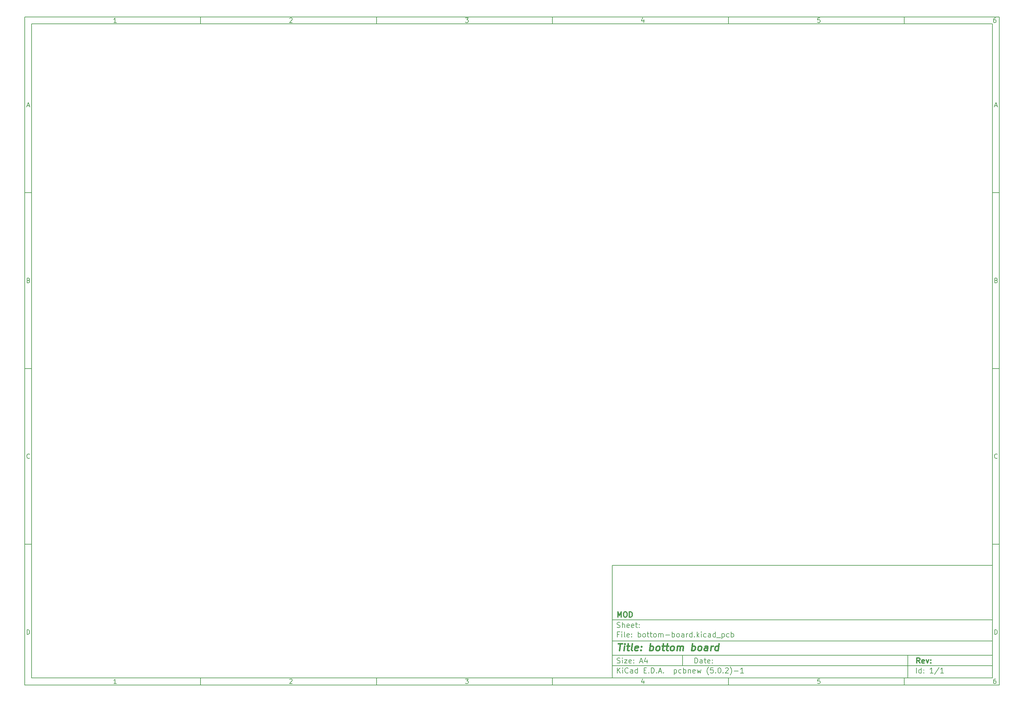
<source format=gbr>
G04 #@! TF.GenerationSoftware,KiCad,Pcbnew,(5.0.2)-1*
G04 #@! TF.CreationDate,2019-02-25T13:30:52+01:00*
G04 #@! TF.ProjectId,bottom-board,626f7474-6f6d-42d6-926f-6172642e6b69,rev?*
G04 #@! TF.SameCoordinates,PX48111b4PY15fd6c8*
G04 #@! TF.FileFunction,Paste,Bot*
G04 #@! TF.FilePolarity,Positive*
%FSLAX46Y46*%
G04 Gerber Fmt 4.6, Leading zero omitted, Abs format (unit mm)*
G04 Created by KiCad (PCBNEW (5.0.2)-1) date 25-2-2019 13:30:52*
%MOMM*%
%LPD*%
G01*
G04 APERTURE LIST*
%ADD10C,0.100000*%
%ADD11C,0.150000*%
%ADD12C,0.300000*%
%ADD13C,0.400000*%
G04 APERTURE END LIST*
D10*
D11*
X101434660Y-142949080D02*
X101434660Y-174949080D01*
X209434660Y-174949080D01*
X209434660Y-142949080D01*
X101434660Y-142949080D01*
D10*
D11*
X-65567540Y13058120D02*
X-65567540Y-176949080D01*
X211434660Y-176949080D01*
X211434660Y13058120D01*
X-65567540Y13058120D01*
D10*
D11*
X-63567540Y11058120D02*
X-63567540Y-174949080D01*
X209434660Y-174949080D01*
X209434660Y11058120D01*
X-63567540Y11058120D01*
D10*
D11*
X-15567540Y11058120D02*
X-15567540Y13058120D01*
D10*
D11*
X34432460Y11058120D02*
X34432460Y13058120D01*
D10*
D11*
X84432460Y11058120D02*
X84432460Y13058120D01*
D10*
D11*
X134432460Y11058120D02*
X134432460Y13058120D01*
D10*
D11*
X184432460Y11058120D02*
X184432460Y13058120D01*
D10*
D11*
X-39502064Y11470025D02*
X-40244921Y11470025D01*
X-39873493Y11470025D02*
X-39873493Y12770025D01*
X-39997302Y12584311D01*
X-40121112Y12460501D01*
X-40244921Y12398597D01*
D10*
D11*
X9755079Y12646216D02*
X9816983Y12708120D01*
X9940793Y12770025D01*
X10250317Y12770025D01*
X10374126Y12708120D01*
X10436031Y12646216D01*
X10497936Y12522406D01*
X10497936Y12398597D01*
X10436031Y12212882D01*
X9693174Y11470025D01*
X10497936Y11470025D01*
D10*
D11*
X59693174Y12770025D02*
X60497936Y12770025D01*
X60064602Y12274787D01*
X60250317Y12274787D01*
X60374126Y12212882D01*
X60436031Y12150978D01*
X60497936Y12027168D01*
X60497936Y11717644D01*
X60436031Y11593835D01*
X60374126Y11531930D01*
X60250317Y11470025D01*
X59878888Y11470025D01*
X59755079Y11531930D01*
X59693174Y11593835D01*
D10*
D11*
X110374126Y12336692D02*
X110374126Y11470025D01*
X110064602Y12831930D02*
X109755079Y11903359D01*
X110559840Y11903359D01*
D10*
D11*
X160436031Y12770025D02*
X159816983Y12770025D01*
X159755079Y12150978D01*
X159816983Y12212882D01*
X159940793Y12274787D01*
X160250317Y12274787D01*
X160374126Y12212882D01*
X160436031Y12150978D01*
X160497936Y12027168D01*
X160497936Y11717644D01*
X160436031Y11593835D01*
X160374126Y11531930D01*
X160250317Y11470025D01*
X159940793Y11470025D01*
X159816983Y11531930D01*
X159755079Y11593835D01*
D10*
D11*
X210374126Y12770025D02*
X210126507Y12770025D01*
X210002698Y12708120D01*
X209940793Y12646216D01*
X209816983Y12460501D01*
X209755079Y12212882D01*
X209755079Y11717644D01*
X209816983Y11593835D01*
X209878888Y11531930D01*
X210002698Y11470025D01*
X210250317Y11470025D01*
X210374126Y11531930D01*
X210436031Y11593835D01*
X210497936Y11717644D01*
X210497936Y12027168D01*
X210436031Y12150978D01*
X210374126Y12212882D01*
X210250317Y12274787D01*
X210002698Y12274787D01*
X209878888Y12212882D01*
X209816983Y12150978D01*
X209755079Y12027168D01*
D10*
D11*
X-15567540Y-174949080D02*
X-15567540Y-176949080D01*
D10*
D11*
X34432460Y-174949080D02*
X34432460Y-176949080D01*
D10*
D11*
X84432460Y-174949080D02*
X84432460Y-176949080D01*
D10*
D11*
X134432460Y-174949080D02*
X134432460Y-176949080D01*
D10*
D11*
X184432460Y-174949080D02*
X184432460Y-176949080D01*
D10*
D11*
X-39502064Y-176537175D02*
X-40244921Y-176537175D01*
X-39873493Y-176537175D02*
X-39873493Y-175237175D01*
X-39997302Y-175422889D01*
X-40121112Y-175546699D01*
X-40244921Y-175608603D01*
D10*
D11*
X9755079Y-175360984D02*
X9816983Y-175299080D01*
X9940793Y-175237175D01*
X10250317Y-175237175D01*
X10374126Y-175299080D01*
X10436031Y-175360984D01*
X10497936Y-175484794D01*
X10497936Y-175608603D01*
X10436031Y-175794318D01*
X9693174Y-176537175D01*
X10497936Y-176537175D01*
D10*
D11*
X59693174Y-175237175D02*
X60497936Y-175237175D01*
X60064602Y-175732413D01*
X60250317Y-175732413D01*
X60374126Y-175794318D01*
X60436031Y-175856222D01*
X60497936Y-175980032D01*
X60497936Y-176289556D01*
X60436031Y-176413365D01*
X60374126Y-176475270D01*
X60250317Y-176537175D01*
X59878888Y-176537175D01*
X59755079Y-176475270D01*
X59693174Y-176413365D01*
D10*
D11*
X110374126Y-175670508D02*
X110374126Y-176537175D01*
X110064602Y-175175270D02*
X109755079Y-176103841D01*
X110559840Y-176103841D01*
D10*
D11*
X160436031Y-175237175D02*
X159816983Y-175237175D01*
X159755079Y-175856222D01*
X159816983Y-175794318D01*
X159940793Y-175732413D01*
X160250317Y-175732413D01*
X160374126Y-175794318D01*
X160436031Y-175856222D01*
X160497936Y-175980032D01*
X160497936Y-176289556D01*
X160436031Y-176413365D01*
X160374126Y-176475270D01*
X160250317Y-176537175D01*
X159940793Y-176537175D01*
X159816983Y-176475270D01*
X159755079Y-176413365D01*
D10*
D11*
X210374126Y-175237175D02*
X210126507Y-175237175D01*
X210002698Y-175299080D01*
X209940793Y-175360984D01*
X209816983Y-175546699D01*
X209755079Y-175794318D01*
X209755079Y-176289556D01*
X209816983Y-176413365D01*
X209878888Y-176475270D01*
X210002698Y-176537175D01*
X210250317Y-176537175D01*
X210374126Y-176475270D01*
X210436031Y-176413365D01*
X210497936Y-176289556D01*
X210497936Y-175980032D01*
X210436031Y-175856222D01*
X210374126Y-175794318D01*
X210250317Y-175732413D01*
X210002698Y-175732413D01*
X209878888Y-175794318D01*
X209816983Y-175856222D01*
X209755079Y-175980032D01*
D10*
D11*
X-65567540Y-36941880D02*
X-63567540Y-36941880D01*
D10*
D11*
X-65567540Y-86941880D02*
X-63567540Y-86941880D01*
D10*
D11*
X-65567540Y-136941880D02*
X-63567540Y-136941880D01*
D10*
D11*
X-64877064Y-12158546D02*
X-64258017Y-12158546D01*
X-65000874Y-12529975D02*
X-64567540Y-11229975D01*
X-64134207Y-12529975D01*
D10*
D11*
X-64474683Y-61849022D02*
X-64288969Y-61910927D01*
X-64227064Y-61972832D01*
X-64165160Y-62096641D01*
X-64165160Y-62282356D01*
X-64227064Y-62406165D01*
X-64288969Y-62468070D01*
X-64412779Y-62529975D01*
X-64908017Y-62529975D01*
X-64908017Y-61229975D01*
X-64474683Y-61229975D01*
X-64350874Y-61291880D01*
X-64288969Y-61353784D01*
X-64227064Y-61477594D01*
X-64227064Y-61601403D01*
X-64288969Y-61725213D01*
X-64350874Y-61787118D01*
X-64474683Y-61849022D01*
X-64908017Y-61849022D01*
D10*
D11*
X-64165160Y-112406165D02*
X-64227064Y-112468070D01*
X-64412779Y-112529975D01*
X-64536588Y-112529975D01*
X-64722302Y-112468070D01*
X-64846112Y-112344260D01*
X-64908017Y-112220451D01*
X-64969921Y-111972832D01*
X-64969921Y-111787118D01*
X-64908017Y-111539499D01*
X-64846112Y-111415689D01*
X-64722302Y-111291880D01*
X-64536588Y-111229975D01*
X-64412779Y-111229975D01*
X-64227064Y-111291880D01*
X-64165160Y-111353784D01*
D10*
D11*
X-64908017Y-162529975D02*
X-64908017Y-161229975D01*
X-64598493Y-161229975D01*
X-64412779Y-161291880D01*
X-64288969Y-161415689D01*
X-64227064Y-161539499D01*
X-64165160Y-161787118D01*
X-64165160Y-161972832D01*
X-64227064Y-162220451D01*
X-64288969Y-162344260D01*
X-64412779Y-162468070D01*
X-64598493Y-162529975D01*
X-64908017Y-162529975D01*
D10*
D11*
X211434660Y-36941880D02*
X209434660Y-36941880D01*
D10*
D11*
X211434660Y-86941880D02*
X209434660Y-86941880D01*
D10*
D11*
X211434660Y-136941880D02*
X209434660Y-136941880D01*
D10*
D11*
X210125136Y-12158546D02*
X210744183Y-12158546D01*
X210001326Y-12529975D02*
X210434660Y-11229975D01*
X210867993Y-12529975D01*
D10*
D11*
X210527517Y-61849022D02*
X210713231Y-61910927D01*
X210775136Y-61972832D01*
X210837040Y-62096641D01*
X210837040Y-62282356D01*
X210775136Y-62406165D01*
X210713231Y-62468070D01*
X210589421Y-62529975D01*
X210094183Y-62529975D01*
X210094183Y-61229975D01*
X210527517Y-61229975D01*
X210651326Y-61291880D01*
X210713231Y-61353784D01*
X210775136Y-61477594D01*
X210775136Y-61601403D01*
X210713231Y-61725213D01*
X210651326Y-61787118D01*
X210527517Y-61849022D01*
X210094183Y-61849022D01*
D10*
D11*
X210837040Y-112406165D02*
X210775136Y-112468070D01*
X210589421Y-112529975D01*
X210465612Y-112529975D01*
X210279898Y-112468070D01*
X210156088Y-112344260D01*
X210094183Y-112220451D01*
X210032279Y-111972832D01*
X210032279Y-111787118D01*
X210094183Y-111539499D01*
X210156088Y-111415689D01*
X210279898Y-111291880D01*
X210465612Y-111229975D01*
X210589421Y-111229975D01*
X210775136Y-111291880D01*
X210837040Y-111353784D01*
D10*
D11*
X210094183Y-162529975D02*
X210094183Y-161229975D01*
X210403707Y-161229975D01*
X210589421Y-161291880D01*
X210713231Y-161415689D01*
X210775136Y-161539499D01*
X210837040Y-161787118D01*
X210837040Y-161972832D01*
X210775136Y-162220451D01*
X210713231Y-162344260D01*
X210589421Y-162468070D01*
X210403707Y-162529975D01*
X210094183Y-162529975D01*
D10*
D11*
X124866802Y-170727651D02*
X124866802Y-169227651D01*
X125223945Y-169227651D01*
X125438231Y-169299080D01*
X125581088Y-169441937D01*
X125652517Y-169584794D01*
X125723945Y-169870508D01*
X125723945Y-170084794D01*
X125652517Y-170370508D01*
X125581088Y-170513365D01*
X125438231Y-170656222D01*
X125223945Y-170727651D01*
X124866802Y-170727651D01*
X127009660Y-170727651D02*
X127009660Y-169941937D01*
X126938231Y-169799080D01*
X126795374Y-169727651D01*
X126509660Y-169727651D01*
X126366802Y-169799080D01*
X127009660Y-170656222D02*
X126866802Y-170727651D01*
X126509660Y-170727651D01*
X126366802Y-170656222D01*
X126295374Y-170513365D01*
X126295374Y-170370508D01*
X126366802Y-170227651D01*
X126509660Y-170156222D01*
X126866802Y-170156222D01*
X127009660Y-170084794D01*
X127509660Y-169727651D02*
X128081088Y-169727651D01*
X127723945Y-169227651D02*
X127723945Y-170513365D01*
X127795374Y-170656222D01*
X127938231Y-170727651D01*
X128081088Y-170727651D01*
X129152517Y-170656222D02*
X129009660Y-170727651D01*
X128723945Y-170727651D01*
X128581088Y-170656222D01*
X128509660Y-170513365D01*
X128509660Y-169941937D01*
X128581088Y-169799080D01*
X128723945Y-169727651D01*
X129009660Y-169727651D01*
X129152517Y-169799080D01*
X129223945Y-169941937D01*
X129223945Y-170084794D01*
X128509660Y-170227651D01*
X129866802Y-170584794D02*
X129938231Y-170656222D01*
X129866802Y-170727651D01*
X129795374Y-170656222D01*
X129866802Y-170584794D01*
X129866802Y-170727651D01*
X129866802Y-169799080D02*
X129938231Y-169870508D01*
X129866802Y-169941937D01*
X129795374Y-169870508D01*
X129866802Y-169799080D01*
X129866802Y-169941937D01*
D10*
D11*
X101434660Y-171449080D02*
X209434660Y-171449080D01*
D10*
D11*
X102866802Y-173527651D02*
X102866802Y-172027651D01*
X103723945Y-173527651D02*
X103081088Y-172670508D01*
X103723945Y-172027651D02*
X102866802Y-172884794D01*
X104366802Y-173527651D02*
X104366802Y-172527651D01*
X104366802Y-172027651D02*
X104295374Y-172099080D01*
X104366802Y-172170508D01*
X104438231Y-172099080D01*
X104366802Y-172027651D01*
X104366802Y-172170508D01*
X105938231Y-173384794D02*
X105866802Y-173456222D01*
X105652517Y-173527651D01*
X105509660Y-173527651D01*
X105295374Y-173456222D01*
X105152517Y-173313365D01*
X105081088Y-173170508D01*
X105009660Y-172884794D01*
X105009660Y-172670508D01*
X105081088Y-172384794D01*
X105152517Y-172241937D01*
X105295374Y-172099080D01*
X105509660Y-172027651D01*
X105652517Y-172027651D01*
X105866802Y-172099080D01*
X105938231Y-172170508D01*
X107223945Y-173527651D02*
X107223945Y-172741937D01*
X107152517Y-172599080D01*
X107009660Y-172527651D01*
X106723945Y-172527651D01*
X106581088Y-172599080D01*
X107223945Y-173456222D02*
X107081088Y-173527651D01*
X106723945Y-173527651D01*
X106581088Y-173456222D01*
X106509660Y-173313365D01*
X106509660Y-173170508D01*
X106581088Y-173027651D01*
X106723945Y-172956222D01*
X107081088Y-172956222D01*
X107223945Y-172884794D01*
X108581088Y-173527651D02*
X108581088Y-172027651D01*
X108581088Y-173456222D02*
X108438231Y-173527651D01*
X108152517Y-173527651D01*
X108009660Y-173456222D01*
X107938231Y-173384794D01*
X107866802Y-173241937D01*
X107866802Y-172813365D01*
X107938231Y-172670508D01*
X108009660Y-172599080D01*
X108152517Y-172527651D01*
X108438231Y-172527651D01*
X108581088Y-172599080D01*
X110438231Y-172741937D02*
X110938231Y-172741937D01*
X111152517Y-173527651D02*
X110438231Y-173527651D01*
X110438231Y-172027651D01*
X111152517Y-172027651D01*
X111795374Y-173384794D02*
X111866802Y-173456222D01*
X111795374Y-173527651D01*
X111723945Y-173456222D01*
X111795374Y-173384794D01*
X111795374Y-173527651D01*
X112509660Y-173527651D02*
X112509660Y-172027651D01*
X112866802Y-172027651D01*
X113081088Y-172099080D01*
X113223945Y-172241937D01*
X113295374Y-172384794D01*
X113366802Y-172670508D01*
X113366802Y-172884794D01*
X113295374Y-173170508D01*
X113223945Y-173313365D01*
X113081088Y-173456222D01*
X112866802Y-173527651D01*
X112509660Y-173527651D01*
X114009660Y-173384794D02*
X114081088Y-173456222D01*
X114009660Y-173527651D01*
X113938231Y-173456222D01*
X114009660Y-173384794D01*
X114009660Y-173527651D01*
X114652517Y-173099080D02*
X115366802Y-173099080D01*
X114509660Y-173527651D02*
X115009660Y-172027651D01*
X115509660Y-173527651D01*
X116009660Y-173384794D02*
X116081088Y-173456222D01*
X116009660Y-173527651D01*
X115938231Y-173456222D01*
X116009660Y-173384794D01*
X116009660Y-173527651D01*
X119009660Y-172527651D02*
X119009660Y-174027651D01*
X119009660Y-172599080D02*
X119152517Y-172527651D01*
X119438231Y-172527651D01*
X119581088Y-172599080D01*
X119652517Y-172670508D01*
X119723945Y-172813365D01*
X119723945Y-173241937D01*
X119652517Y-173384794D01*
X119581088Y-173456222D01*
X119438231Y-173527651D01*
X119152517Y-173527651D01*
X119009660Y-173456222D01*
X121009660Y-173456222D02*
X120866802Y-173527651D01*
X120581088Y-173527651D01*
X120438231Y-173456222D01*
X120366802Y-173384794D01*
X120295374Y-173241937D01*
X120295374Y-172813365D01*
X120366802Y-172670508D01*
X120438231Y-172599080D01*
X120581088Y-172527651D01*
X120866802Y-172527651D01*
X121009660Y-172599080D01*
X121652517Y-173527651D02*
X121652517Y-172027651D01*
X121652517Y-172599080D02*
X121795374Y-172527651D01*
X122081088Y-172527651D01*
X122223945Y-172599080D01*
X122295374Y-172670508D01*
X122366802Y-172813365D01*
X122366802Y-173241937D01*
X122295374Y-173384794D01*
X122223945Y-173456222D01*
X122081088Y-173527651D01*
X121795374Y-173527651D01*
X121652517Y-173456222D01*
X123009660Y-172527651D02*
X123009660Y-173527651D01*
X123009660Y-172670508D02*
X123081088Y-172599080D01*
X123223945Y-172527651D01*
X123438231Y-172527651D01*
X123581088Y-172599080D01*
X123652517Y-172741937D01*
X123652517Y-173527651D01*
X124938231Y-173456222D02*
X124795374Y-173527651D01*
X124509660Y-173527651D01*
X124366802Y-173456222D01*
X124295374Y-173313365D01*
X124295374Y-172741937D01*
X124366802Y-172599080D01*
X124509660Y-172527651D01*
X124795374Y-172527651D01*
X124938231Y-172599080D01*
X125009660Y-172741937D01*
X125009660Y-172884794D01*
X124295374Y-173027651D01*
X125509660Y-172527651D02*
X125795374Y-173527651D01*
X126081088Y-172813365D01*
X126366802Y-173527651D01*
X126652517Y-172527651D01*
X128795374Y-174099080D02*
X128723945Y-174027651D01*
X128581088Y-173813365D01*
X128509660Y-173670508D01*
X128438231Y-173456222D01*
X128366802Y-173099080D01*
X128366802Y-172813365D01*
X128438231Y-172456222D01*
X128509660Y-172241937D01*
X128581088Y-172099080D01*
X128723945Y-171884794D01*
X128795374Y-171813365D01*
X130081088Y-172027651D02*
X129366802Y-172027651D01*
X129295374Y-172741937D01*
X129366802Y-172670508D01*
X129509660Y-172599080D01*
X129866802Y-172599080D01*
X130009660Y-172670508D01*
X130081088Y-172741937D01*
X130152517Y-172884794D01*
X130152517Y-173241937D01*
X130081088Y-173384794D01*
X130009660Y-173456222D01*
X129866802Y-173527651D01*
X129509660Y-173527651D01*
X129366802Y-173456222D01*
X129295374Y-173384794D01*
X130795374Y-173384794D02*
X130866802Y-173456222D01*
X130795374Y-173527651D01*
X130723945Y-173456222D01*
X130795374Y-173384794D01*
X130795374Y-173527651D01*
X131795374Y-172027651D02*
X131938231Y-172027651D01*
X132081088Y-172099080D01*
X132152517Y-172170508D01*
X132223945Y-172313365D01*
X132295374Y-172599080D01*
X132295374Y-172956222D01*
X132223945Y-173241937D01*
X132152517Y-173384794D01*
X132081088Y-173456222D01*
X131938231Y-173527651D01*
X131795374Y-173527651D01*
X131652517Y-173456222D01*
X131581088Y-173384794D01*
X131509660Y-173241937D01*
X131438231Y-172956222D01*
X131438231Y-172599080D01*
X131509660Y-172313365D01*
X131581088Y-172170508D01*
X131652517Y-172099080D01*
X131795374Y-172027651D01*
X132938231Y-173384794D02*
X133009660Y-173456222D01*
X132938231Y-173527651D01*
X132866802Y-173456222D01*
X132938231Y-173384794D01*
X132938231Y-173527651D01*
X133581088Y-172170508D02*
X133652517Y-172099080D01*
X133795374Y-172027651D01*
X134152517Y-172027651D01*
X134295374Y-172099080D01*
X134366802Y-172170508D01*
X134438231Y-172313365D01*
X134438231Y-172456222D01*
X134366802Y-172670508D01*
X133509660Y-173527651D01*
X134438231Y-173527651D01*
X134938231Y-174099080D02*
X135009660Y-174027651D01*
X135152517Y-173813365D01*
X135223945Y-173670508D01*
X135295374Y-173456222D01*
X135366802Y-173099080D01*
X135366802Y-172813365D01*
X135295374Y-172456222D01*
X135223945Y-172241937D01*
X135152517Y-172099080D01*
X135009660Y-171884794D01*
X134938231Y-171813365D01*
X136081088Y-172956222D02*
X137223945Y-172956222D01*
X138723945Y-173527651D02*
X137866802Y-173527651D01*
X138295374Y-173527651D02*
X138295374Y-172027651D01*
X138152517Y-172241937D01*
X138009660Y-172384794D01*
X137866802Y-172456222D01*
D10*
D11*
X101434660Y-168449080D02*
X209434660Y-168449080D01*
D10*
D12*
X188843945Y-170727651D02*
X188343945Y-170013365D01*
X187986802Y-170727651D02*
X187986802Y-169227651D01*
X188558231Y-169227651D01*
X188701088Y-169299080D01*
X188772517Y-169370508D01*
X188843945Y-169513365D01*
X188843945Y-169727651D01*
X188772517Y-169870508D01*
X188701088Y-169941937D01*
X188558231Y-170013365D01*
X187986802Y-170013365D01*
X190058231Y-170656222D02*
X189915374Y-170727651D01*
X189629660Y-170727651D01*
X189486802Y-170656222D01*
X189415374Y-170513365D01*
X189415374Y-169941937D01*
X189486802Y-169799080D01*
X189629660Y-169727651D01*
X189915374Y-169727651D01*
X190058231Y-169799080D01*
X190129660Y-169941937D01*
X190129660Y-170084794D01*
X189415374Y-170227651D01*
X190629660Y-169727651D02*
X190986802Y-170727651D01*
X191343945Y-169727651D01*
X191915374Y-170584794D02*
X191986802Y-170656222D01*
X191915374Y-170727651D01*
X191843945Y-170656222D01*
X191915374Y-170584794D01*
X191915374Y-170727651D01*
X191915374Y-169799080D02*
X191986802Y-169870508D01*
X191915374Y-169941937D01*
X191843945Y-169870508D01*
X191915374Y-169799080D01*
X191915374Y-169941937D01*
D10*
D11*
X102795374Y-170656222D02*
X103009660Y-170727651D01*
X103366802Y-170727651D01*
X103509660Y-170656222D01*
X103581088Y-170584794D01*
X103652517Y-170441937D01*
X103652517Y-170299080D01*
X103581088Y-170156222D01*
X103509660Y-170084794D01*
X103366802Y-170013365D01*
X103081088Y-169941937D01*
X102938231Y-169870508D01*
X102866802Y-169799080D01*
X102795374Y-169656222D01*
X102795374Y-169513365D01*
X102866802Y-169370508D01*
X102938231Y-169299080D01*
X103081088Y-169227651D01*
X103438231Y-169227651D01*
X103652517Y-169299080D01*
X104295374Y-170727651D02*
X104295374Y-169727651D01*
X104295374Y-169227651D02*
X104223945Y-169299080D01*
X104295374Y-169370508D01*
X104366802Y-169299080D01*
X104295374Y-169227651D01*
X104295374Y-169370508D01*
X104866802Y-169727651D02*
X105652517Y-169727651D01*
X104866802Y-170727651D01*
X105652517Y-170727651D01*
X106795374Y-170656222D02*
X106652517Y-170727651D01*
X106366802Y-170727651D01*
X106223945Y-170656222D01*
X106152517Y-170513365D01*
X106152517Y-169941937D01*
X106223945Y-169799080D01*
X106366802Y-169727651D01*
X106652517Y-169727651D01*
X106795374Y-169799080D01*
X106866802Y-169941937D01*
X106866802Y-170084794D01*
X106152517Y-170227651D01*
X107509660Y-170584794D02*
X107581088Y-170656222D01*
X107509660Y-170727651D01*
X107438231Y-170656222D01*
X107509660Y-170584794D01*
X107509660Y-170727651D01*
X107509660Y-169799080D02*
X107581088Y-169870508D01*
X107509660Y-169941937D01*
X107438231Y-169870508D01*
X107509660Y-169799080D01*
X107509660Y-169941937D01*
X109295374Y-170299080D02*
X110009660Y-170299080D01*
X109152517Y-170727651D02*
X109652517Y-169227651D01*
X110152517Y-170727651D01*
X111295374Y-169727651D02*
X111295374Y-170727651D01*
X110938231Y-169156222D02*
X110581088Y-170227651D01*
X111509660Y-170227651D01*
D10*
D11*
X187866802Y-173527651D02*
X187866802Y-172027651D01*
X189223945Y-173527651D02*
X189223945Y-172027651D01*
X189223945Y-173456222D02*
X189081088Y-173527651D01*
X188795374Y-173527651D01*
X188652517Y-173456222D01*
X188581088Y-173384794D01*
X188509660Y-173241937D01*
X188509660Y-172813365D01*
X188581088Y-172670508D01*
X188652517Y-172599080D01*
X188795374Y-172527651D01*
X189081088Y-172527651D01*
X189223945Y-172599080D01*
X189938231Y-173384794D02*
X190009660Y-173456222D01*
X189938231Y-173527651D01*
X189866802Y-173456222D01*
X189938231Y-173384794D01*
X189938231Y-173527651D01*
X189938231Y-172599080D02*
X190009660Y-172670508D01*
X189938231Y-172741937D01*
X189866802Y-172670508D01*
X189938231Y-172599080D01*
X189938231Y-172741937D01*
X192581088Y-173527651D02*
X191723945Y-173527651D01*
X192152517Y-173527651D02*
X192152517Y-172027651D01*
X192009660Y-172241937D01*
X191866802Y-172384794D01*
X191723945Y-172456222D01*
X194295374Y-171956222D02*
X193009660Y-173884794D01*
X195581088Y-173527651D02*
X194723945Y-173527651D01*
X195152517Y-173527651D02*
X195152517Y-172027651D01*
X195009660Y-172241937D01*
X194866802Y-172384794D01*
X194723945Y-172456222D01*
D10*
D11*
X101434660Y-164449080D02*
X209434660Y-164449080D01*
D10*
D13*
X103147040Y-165153841D02*
X104289898Y-165153841D01*
X103468469Y-167153841D02*
X103718469Y-165153841D01*
X104706564Y-167153841D02*
X104873231Y-165820508D01*
X104956564Y-165153841D02*
X104849421Y-165249080D01*
X104932755Y-165344318D01*
X105039898Y-165249080D01*
X104956564Y-165153841D01*
X104932755Y-165344318D01*
X105539898Y-165820508D02*
X106301802Y-165820508D01*
X105908945Y-165153841D02*
X105694660Y-166868127D01*
X105766088Y-167058603D01*
X105944660Y-167153841D01*
X106135136Y-167153841D01*
X107087517Y-167153841D02*
X106908945Y-167058603D01*
X106837517Y-166868127D01*
X107051802Y-165153841D01*
X108623231Y-167058603D02*
X108420850Y-167153841D01*
X108039898Y-167153841D01*
X107861326Y-167058603D01*
X107789898Y-166868127D01*
X107885136Y-166106222D01*
X108004183Y-165915746D01*
X108206564Y-165820508D01*
X108587517Y-165820508D01*
X108766088Y-165915746D01*
X108837517Y-166106222D01*
X108813707Y-166296699D01*
X107837517Y-166487175D01*
X109587517Y-166963365D02*
X109670850Y-167058603D01*
X109563707Y-167153841D01*
X109480374Y-167058603D01*
X109587517Y-166963365D01*
X109563707Y-167153841D01*
X109718469Y-165915746D02*
X109801802Y-166010984D01*
X109694660Y-166106222D01*
X109611326Y-166010984D01*
X109718469Y-165915746D01*
X109694660Y-166106222D01*
X112039898Y-167153841D02*
X112289898Y-165153841D01*
X112194660Y-165915746D02*
X112397040Y-165820508D01*
X112777993Y-165820508D01*
X112956564Y-165915746D01*
X113039898Y-166010984D01*
X113111326Y-166201460D01*
X113039898Y-166772889D01*
X112920850Y-166963365D01*
X112813707Y-167058603D01*
X112611326Y-167153841D01*
X112230374Y-167153841D01*
X112051802Y-167058603D01*
X114135136Y-167153841D02*
X113956564Y-167058603D01*
X113873231Y-166963365D01*
X113801802Y-166772889D01*
X113873231Y-166201460D01*
X113992279Y-166010984D01*
X114099421Y-165915746D01*
X114301802Y-165820508D01*
X114587517Y-165820508D01*
X114766088Y-165915746D01*
X114849421Y-166010984D01*
X114920850Y-166201460D01*
X114849421Y-166772889D01*
X114730374Y-166963365D01*
X114623231Y-167058603D01*
X114420850Y-167153841D01*
X114135136Y-167153841D01*
X115539898Y-165820508D02*
X116301802Y-165820508D01*
X115908945Y-165153841D02*
X115694660Y-166868127D01*
X115766088Y-167058603D01*
X115944660Y-167153841D01*
X116135136Y-167153841D01*
X116682755Y-165820508D02*
X117444660Y-165820508D01*
X117051802Y-165153841D02*
X116837517Y-166868127D01*
X116908945Y-167058603D01*
X117087517Y-167153841D01*
X117277993Y-167153841D01*
X118230374Y-167153841D02*
X118051802Y-167058603D01*
X117968469Y-166963365D01*
X117897040Y-166772889D01*
X117968469Y-166201460D01*
X118087517Y-166010984D01*
X118194660Y-165915746D01*
X118397040Y-165820508D01*
X118682755Y-165820508D01*
X118861326Y-165915746D01*
X118944660Y-166010984D01*
X119016088Y-166201460D01*
X118944660Y-166772889D01*
X118825612Y-166963365D01*
X118718469Y-167058603D01*
X118516088Y-167153841D01*
X118230374Y-167153841D01*
X119754183Y-167153841D02*
X119920850Y-165820508D01*
X119897040Y-166010984D02*
X120004183Y-165915746D01*
X120206564Y-165820508D01*
X120492279Y-165820508D01*
X120670850Y-165915746D01*
X120742279Y-166106222D01*
X120611326Y-167153841D01*
X120742279Y-166106222D02*
X120861326Y-165915746D01*
X121063707Y-165820508D01*
X121349421Y-165820508D01*
X121527993Y-165915746D01*
X121599421Y-166106222D01*
X121468469Y-167153841D01*
X123944660Y-167153841D02*
X124194660Y-165153841D01*
X124099421Y-165915746D02*
X124301802Y-165820508D01*
X124682755Y-165820508D01*
X124861326Y-165915746D01*
X124944660Y-166010984D01*
X125016088Y-166201460D01*
X124944660Y-166772889D01*
X124825612Y-166963365D01*
X124718469Y-167058603D01*
X124516088Y-167153841D01*
X124135136Y-167153841D01*
X123956564Y-167058603D01*
X126039898Y-167153841D02*
X125861326Y-167058603D01*
X125777993Y-166963365D01*
X125706564Y-166772889D01*
X125777993Y-166201460D01*
X125897040Y-166010984D01*
X126004183Y-165915746D01*
X126206564Y-165820508D01*
X126492279Y-165820508D01*
X126670850Y-165915746D01*
X126754183Y-166010984D01*
X126825612Y-166201460D01*
X126754183Y-166772889D01*
X126635136Y-166963365D01*
X126527993Y-167058603D01*
X126325612Y-167153841D01*
X126039898Y-167153841D01*
X128420850Y-167153841D02*
X128551802Y-166106222D01*
X128480374Y-165915746D01*
X128301802Y-165820508D01*
X127920850Y-165820508D01*
X127718469Y-165915746D01*
X128432755Y-167058603D02*
X128230374Y-167153841D01*
X127754183Y-167153841D01*
X127575612Y-167058603D01*
X127504183Y-166868127D01*
X127527993Y-166677651D01*
X127647040Y-166487175D01*
X127849421Y-166391937D01*
X128325612Y-166391937D01*
X128527993Y-166296699D01*
X129373231Y-167153841D02*
X129539898Y-165820508D01*
X129492279Y-166201460D02*
X129611326Y-166010984D01*
X129718469Y-165915746D01*
X129920850Y-165820508D01*
X130111326Y-165820508D01*
X131468469Y-167153841D02*
X131718469Y-165153841D01*
X131480374Y-167058603D02*
X131277993Y-167153841D01*
X130897040Y-167153841D01*
X130718469Y-167058603D01*
X130635136Y-166963365D01*
X130563707Y-166772889D01*
X130635136Y-166201460D01*
X130754183Y-166010984D01*
X130861326Y-165915746D01*
X131063707Y-165820508D01*
X131444660Y-165820508D01*
X131623231Y-165915746D01*
D10*
D11*
X103366802Y-162541937D02*
X102866802Y-162541937D01*
X102866802Y-163327651D02*
X102866802Y-161827651D01*
X103581088Y-161827651D01*
X104152517Y-163327651D02*
X104152517Y-162327651D01*
X104152517Y-161827651D02*
X104081088Y-161899080D01*
X104152517Y-161970508D01*
X104223945Y-161899080D01*
X104152517Y-161827651D01*
X104152517Y-161970508D01*
X105081088Y-163327651D02*
X104938231Y-163256222D01*
X104866802Y-163113365D01*
X104866802Y-161827651D01*
X106223945Y-163256222D02*
X106081088Y-163327651D01*
X105795374Y-163327651D01*
X105652517Y-163256222D01*
X105581088Y-163113365D01*
X105581088Y-162541937D01*
X105652517Y-162399080D01*
X105795374Y-162327651D01*
X106081088Y-162327651D01*
X106223945Y-162399080D01*
X106295374Y-162541937D01*
X106295374Y-162684794D01*
X105581088Y-162827651D01*
X106938231Y-163184794D02*
X107009660Y-163256222D01*
X106938231Y-163327651D01*
X106866802Y-163256222D01*
X106938231Y-163184794D01*
X106938231Y-163327651D01*
X106938231Y-162399080D02*
X107009660Y-162470508D01*
X106938231Y-162541937D01*
X106866802Y-162470508D01*
X106938231Y-162399080D01*
X106938231Y-162541937D01*
X108795374Y-163327651D02*
X108795374Y-161827651D01*
X108795374Y-162399080D02*
X108938231Y-162327651D01*
X109223945Y-162327651D01*
X109366802Y-162399080D01*
X109438231Y-162470508D01*
X109509660Y-162613365D01*
X109509660Y-163041937D01*
X109438231Y-163184794D01*
X109366802Y-163256222D01*
X109223945Y-163327651D01*
X108938231Y-163327651D01*
X108795374Y-163256222D01*
X110366802Y-163327651D02*
X110223945Y-163256222D01*
X110152517Y-163184794D01*
X110081088Y-163041937D01*
X110081088Y-162613365D01*
X110152517Y-162470508D01*
X110223945Y-162399080D01*
X110366802Y-162327651D01*
X110581088Y-162327651D01*
X110723945Y-162399080D01*
X110795374Y-162470508D01*
X110866802Y-162613365D01*
X110866802Y-163041937D01*
X110795374Y-163184794D01*
X110723945Y-163256222D01*
X110581088Y-163327651D01*
X110366802Y-163327651D01*
X111295374Y-162327651D02*
X111866802Y-162327651D01*
X111509660Y-161827651D02*
X111509660Y-163113365D01*
X111581088Y-163256222D01*
X111723945Y-163327651D01*
X111866802Y-163327651D01*
X112152517Y-162327651D02*
X112723945Y-162327651D01*
X112366802Y-161827651D02*
X112366802Y-163113365D01*
X112438231Y-163256222D01*
X112581088Y-163327651D01*
X112723945Y-163327651D01*
X113438231Y-163327651D02*
X113295374Y-163256222D01*
X113223945Y-163184794D01*
X113152517Y-163041937D01*
X113152517Y-162613365D01*
X113223945Y-162470508D01*
X113295374Y-162399080D01*
X113438231Y-162327651D01*
X113652517Y-162327651D01*
X113795374Y-162399080D01*
X113866802Y-162470508D01*
X113938231Y-162613365D01*
X113938231Y-163041937D01*
X113866802Y-163184794D01*
X113795374Y-163256222D01*
X113652517Y-163327651D01*
X113438231Y-163327651D01*
X114581088Y-163327651D02*
X114581088Y-162327651D01*
X114581088Y-162470508D02*
X114652517Y-162399080D01*
X114795374Y-162327651D01*
X115009660Y-162327651D01*
X115152517Y-162399080D01*
X115223945Y-162541937D01*
X115223945Y-163327651D01*
X115223945Y-162541937D02*
X115295374Y-162399080D01*
X115438231Y-162327651D01*
X115652517Y-162327651D01*
X115795374Y-162399080D01*
X115866802Y-162541937D01*
X115866802Y-163327651D01*
X116581088Y-162756222D02*
X117723945Y-162756222D01*
X118438231Y-163327651D02*
X118438231Y-161827651D01*
X118438231Y-162399080D02*
X118581088Y-162327651D01*
X118866802Y-162327651D01*
X119009660Y-162399080D01*
X119081088Y-162470508D01*
X119152517Y-162613365D01*
X119152517Y-163041937D01*
X119081088Y-163184794D01*
X119009660Y-163256222D01*
X118866802Y-163327651D01*
X118581088Y-163327651D01*
X118438231Y-163256222D01*
X120009660Y-163327651D02*
X119866802Y-163256222D01*
X119795374Y-163184794D01*
X119723945Y-163041937D01*
X119723945Y-162613365D01*
X119795374Y-162470508D01*
X119866802Y-162399080D01*
X120009660Y-162327651D01*
X120223945Y-162327651D01*
X120366802Y-162399080D01*
X120438231Y-162470508D01*
X120509660Y-162613365D01*
X120509660Y-163041937D01*
X120438231Y-163184794D01*
X120366802Y-163256222D01*
X120223945Y-163327651D01*
X120009660Y-163327651D01*
X121795374Y-163327651D02*
X121795374Y-162541937D01*
X121723945Y-162399080D01*
X121581088Y-162327651D01*
X121295374Y-162327651D01*
X121152517Y-162399080D01*
X121795374Y-163256222D02*
X121652517Y-163327651D01*
X121295374Y-163327651D01*
X121152517Y-163256222D01*
X121081088Y-163113365D01*
X121081088Y-162970508D01*
X121152517Y-162827651D01*
X121295374Y-162756222D01*
X121652517Y-162756222D01*
X121795374Y-162684794D01*
X122509660Y-163327651D02*
X122509660Y-162327651D01*
X122509660Y-162613365D02*
X122581088Y-162470508D01*
X122652517Y-162399080D01*
X122795374Y-162327651D01*
X122938231Y-162327651D01*
X124081088Y-163327651D02*
X124081088Y-161827651D01*
X124081088Y-163256222D02*
X123938231Y-163327651D01*
X123652517Y-163327651D01*
X123509660Y-163256222D01*
X123438231Y-163184794D01*
X123366802Y-163041937D01*
X123366802Y-162613365D01*
X123438231Y-162470508D01*
X123509660Y-162399080D01*
X123652517Y-162327651D01*
X123938231Y-162327651D01*
X124081088Y-162399080D01*
X124795374Y-163184794D02*
X124866802Y-163256222D01*
X124795374Y-163327651D01*
X124723945Y-163256222D01*
X124795374Y-163184794D01*
X124795374Y-163327651D01*
X125509660Y-163327651D02*
X125509660Y-161827651D01*
X125652517Y-162756222D02*
X126081088Y-163327651D01*
X126081088Y-162327651D02*
X125509660Y-162899080D01*
X126723945Y-163327651D02*
X126723945Y-162327651D01*
X126723945Y-161827651D02*
X126652517Y-161899080D01*
X126723945Y-161970508D01*
X126795374Y-161899080D01*
X126723945Y-161827651D01*
X126723945Y-161970508D01*
X128081088Y-163256222D02*
X127938231Y-163327651D01*
X127652517Y-163327651D01*
X127509660Y-163256222D01*
X127438231Y-163184794D01*
X127366802Y-163041937D01*
X127366802Y-162613365D01*
X127438231Y-162470508D01*
X127509660Y-162399080D01*
X127652517Y-162327651D01*
X127938231Y-162327651D01*
X128081088Y-162399080D01*
X129366802Y-163327651D02*
X129366802Y-162541937D01*
X129295374Y-162399080D01*
X129152517Y-162327651D01*
X128866802Y-162327651D01*
X128723945Y-162399080D01*
X129366802Y-163256222D02*
X129223945Y-163327651D01*
X128866802Y-163327651D01*
X128723945Y-163256222D01*
X128652517Y-163113365D01*
X128652517Y-162970508D01*
X128723945Y-162827651D01*
X128866802Y-162756222D01*
X129223945Y-162756222D01*
X129366802Y-162684794D01*
X130723945Y-163327651D02*
X130723945Y-161827651D01*
X130723945Y-163256222D02*
X130581088Y-163327651D01*
X130295374Y-163327651D01*
X130152517Y-163256222D01*
X130081088Y-163184794D01*
X130009660Y-163041937D01*
X130009660Y-162613365D01*
X130081088Y-162470508D01*
X130152517Y-162399080D01*
X130295374Y-162327651D01*
X130581088Y-162327651D01*
X130723945Y-162399080D01*
X131081088Y-163470508D02*
X132223945Y-163470508D01*
X132581088Y-162327651D02*
X132581088Y-163827651D01*
X132581088Y-162399080D02*
X132723945Y-162327651D01*
X133009660Y-162327651D01*
X133152517Y-162399080D01*
X133223945Y-162470508D01*
X133295374Y-162613365D01*
X133295374Y-163041937D01*
X133223945Y-163184794D01*
X133152517Y-163256222D01*
X133009660Y-163327651D01*
X132723945Y-163327651D01*
X132581088Y-163256222D01*
X134581088Y-163256222D02*
X134438231Y-163327651D01*
X134152517Y-163327651D01*
X134009660Y-163256222D01*
X133938231Y-163184794D01*
X133866802Y-163041937D01*
X133866802Y-162613365D01*
X133938231Y-162470508D01*
X134009660Y-162399080D01*
X134152517Y-162327651D01*
X134438231Y-162327651D01*
X134581088Y-162399080D01*
X135223945Y-163327651D02*
X135223945Y-161827651D01*
X135223945Y-162399080D02*
X135366802Y-162327651D01*
X135652517Y-162327651D01*
X135795374Y-162399080D01*
X135866802Y-162470508D01*
X135938231Y-162613365D01*
X135938231Y-163041937D01*
X135866802Y-163184794D01*
X135795374Y-163256222D01*
X135652517Y-163327651D01*
X135366802Y-163327651D01*
X135223945Y-163256222D01*
D10*
D11*
X101434660Y-158449080D02*
X209434660Y-158449080D01*
D10*
D11*
X102795374Y-160556222D02*
X103009660Y-160627651D01*
X103366802Y-160627651D01*
X103509660Y-160556222D01*
X103581088Y-160484794D01*
X103652517Y-160341937D01*
X103652517Y-160199080D01*
X103581088Y-160056222D01*
X103509660Y-159984794D01*
X103366802Y-159913365D01*
X103081088Y-159841937D01*
X102938231Y-159770508D01*
X102866802Y-159699080D01*
X102795374Y-159556222D01*
X102795374Y-159413365D01*
X102866802Y-159270508D01*
X102938231Y-159199080D01*
X103081088Y-159127651D01*
X103438231Y-159127651D01*
X103652517Y-159199080D01*
X104295374Y-160627651D02*
X104295374Y-159127651D01*
X104938231Y-160627651D02*
X104938231Y-159841937D01*
X104866802Y-159699080D01*
X104723945Y-159627651D01*
X104509660Y-159627651D01*
X104366802Y-159699080D01*
X104295374Y-159770508D01*
X106223945Y-160556222D02*
X106081088Y-160627651D01*
X105795374Y-160627651D01*
X105652517Y-160556222D01*
X105581088Y-160413365D01*
X105581088Y-159841937D01*
X105652517Y-159699080D01*
X105795374Y-159627651D01*
X106081088Y-159627651D01*
X106223945Y-159699080D01*
X106295374Y-159841937D01*
X106295374Y-159984794D01*
X105581088Y-160127651D01*
X107509660Y-160556222D02*
X107366802Y-160627651D01*
X107081088Y-160627651D01*
X106938231Y-160556222D01*
X106866802Y-160413365D01*
X106866802Y-159841937D01*
X106938231Y-159699080D01*
X107081088Y-159627651D01*
X107366802Y-159627651D01*
X107509660Y-159699080D01*
X107581088Y-159841937D01*
X107581088Y-159984794D01*
X106866802Y-160127651D01*
X108009660Y-159627651D02*
X108581088Y-159627651D01*
X108223945Y-159127651D02*
X108223945Y-160413365D01*
X108295374Y-160556222D01*
X108438231Y-160627651D01*
X108581088Y-160627651D01*
X109081088Y-160484794D02*
X109152517Y-160556222D01*
X109081088Y-160627651D01*
X109009660Y-160556222D01*
X109081088Y-160484794D01*
X109081088Y-160627651D01*
X109081088Y-159699080D02*
X109152517Y-159770508D01*
X109081088Y-159841937D01*
X109009660Y-159770508D01*
X109081088Y-159699080D01*
X109081088Y-159841937D01*
D10*
D12*
X102986802Y-157627651D02*
X102986802Y-156127651D01*
X103486802Y-157199080D01*
X103986802Y-156127651D01*
X103986802Y-157627651D01*
X104986802Y-156127651D02*
X105272517Y-156127651D01*
X105415374Y-156199080D01*
X105558231Y-156341937D01*
X105629660Y-156627651D01*
X105629660Y-157127651D01*
X105558231Y-157413365D01*
X105415374Y-157556222D01*
X105272517Y-157627651D01*
X104986802Y-157627651D01*
X104843945Y-157556222D01*
X104701088Y-157413365D01*
X104629660Y-157127651D01*
X104629660Y-156627651D01*
X104701088Y-156341937D01*
X104843945Y-156199080D01*
X104986802Y-156127651D01*
X106272517Y-157627651D02*
X106272517Y-156127651D01*
X106629660Y-156127651D01*
X106843945Y-156199080D01*
X106986802Y-156341937D01*
X107058231Y-156484794D01*
X107129660Y-156770508D01*
X107129660Y-156984794D01*
X107058231Y-157270508D01*
X106986802Y-157413365D01*
X106843945Y-157556222D01*
X106629660Y-157627651D01*
X106272517Y-157627651D01*
D10*
D11*
X121434660Y-168449080D02*
X121434660Y-171449080D01*
D10*
D11*
X185434660Y-168449080D02*
X185434660Y-174949080D01*
M02*

</source>
